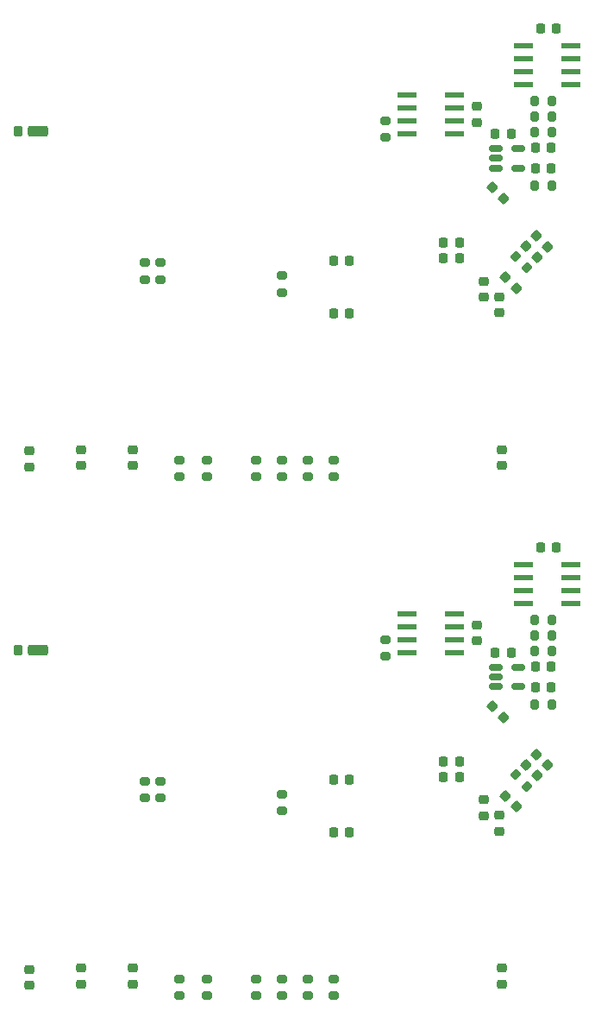
<source format=gbr>
%TF.GenerationSoftware,KiCad,Pcbnew,7.0.8*%
%TF.CreationDate,2024-02-13T15:10:35+09:00*%
%TF.ProjectId,446_CAN_Robomaster_newpanelize,3434365f-4341-44e5-9f52-6f626f6d6173,rev?*%
%TF.SameCoordinates,Original*%
%TF.FileFunction,Paste,Bot*%
%TF.FilePolarity,Positive*%
%FSLAX46Y46*%
G04 Gerber Fmt 4.6, Leading zero omitted, Abs format (unit mm)*
G04 Created by KiCad (PCBNEW 7.0.8) date 2024-02-13 15:10:35*
%MOMM*%
%LPD*%
G01*
G04 APERTURE LIST*
G04 Aperture macros list*
%AMRoundRect*
0 Rectangle with rounded corners*
0 $1 Rounding radius*
0 $2 $3 $4 $5 $6 $7 $8 $9 X,Y pos of 4 corners*
0 Add a 4 corners polygon primitive as box body*
4,1,4,$2,$3,$4,$5,$6,$7,$8,$9,$2,$3,0*
0 Add four circle primitives for the rounded corners*
1,1,$1+$1,$2,$3*
1,1,$1+$1,$4,$5*
1,1,$1+$1,$6,$7*
1,1,$1+$1,$8,$9*
0 Add four rect primitives between the rounded corners*
20,1,$1+$1,$2,$3,$4,$5,0*
20,1,$1+$1,$4,$5,$6,$7,0*
20,1,$1+$1,$6,$7,$8,$9,0*
20,1,$1+$1,$8,$9,$2,$3,0*%
G04 Aperture macros list end*
%ADD10RoundRect,0.200000X0.275000X-0.200000X0.275000X0.200000X-0.275000X0.200000X-0.275000X-0.200000X0*%
%ADD11RoundRect,0.225000X0.225000X0.250000X-0.225000X0.250000X-0.225000X-0.250000X0.225000X-0.250000X0*%
%ADD12RoundRect,0.225000X-0.250000X0.225000X-0.250000X-0.225000X0.250000X-0.225000X0.250000X0.225000X0*%
%ADD13RoundRect,0.225000X-0.225000X-0.250000X0.225000X-0.250000X0.225000X0.250000X-0.225000X0.250000X0*%
%ADD14RoundRect,0.200000X-0.275000X0.200000X-0.275000X-0.200000X0.275000X-0.200000X0.275000X0.200000X0*%
%ADD15RoundRect,0.200000X-0.200000X-0.275000X0.200000X-0.275000X0.200000X0.275000X-0.200000X0.275000X0*%
%ADD16RoundRect,0.218750X-0.256250X0.218750X-0.256250X-0.218750X0.256250X-0.218750X0.256250X0.218750X0*%
%ADD17RoundRect,0.225000X0.335876X0.017678X0.017678X0.335876X-0.335876X-0.017678X-0.017678X-0.335876X0*%
%ADD18R,1.981200X0.558800*%
%ADD19RoundRect,0.225000X0.250000X-0.225000X0.250000X0.225000X-0.250000X0.225000X-0.250000X-0.225000X0*%
%ADD20RoundRect,0.200000X0.200000X0.275000X-0.200000X0.275000X-0.200000X-0.275000X0.200000X-0.275000X0*%
%ADD21RoundRect,0.200000X-0.335876X-0.053033X-0.053033X-0.335876X0.335876X0.053033X0.053033X0.335876X0*%
%ADD22RoundRect,0.250000X-0.750000X-0.300000X0.750000X-0.300000X0.750000X0.300000X-0.750000X0.300000X0*%
%ADD23RoundRect,0.200000X-0.200000X-0.350000X0.200000X-0.350000X0.200000X0.350000X-0.200000X0.350000X0*%
%ADD24RoundRect,0.150000X-0.512500X-0.150000X0.512500X-0.150000X0.512500X0.150000X-0.512500X0.150000X0*%
%ADD25RoundRect,0.225000X-0.335876X-0.017678X-0.017678X-0.335876X0.335876X0.017678X0.017678X0.335876X0*%
G04 APERTURE END LIST*
D10*
%TO.C,R17*%
X25146000Y-96570000D03*
X25146000Y-94920000D03*
%TD*%
D11*
%TO.C,C16*%
X62116000Y-52628000D03*
X60566000Y-52628000D03*
%TD*%
D10*
%TO.C,R16*%
X27813000Y-96570000D03*
X27813000Y-94920000D03*
%TD*%
D12*
%TO.C,C13*%
X10414000Y-94017000D03*
X10414000Y-95567000D03*
%TD*%
D11*
%TO.C,C16*%
X62116000Y-1778000D03*
X60566000Y-1778000D03*
%TD*%
%TO.C,C1*%
X41796000Y-24511000D03*
X40246000Y-24511000D03*
%TD*%
%TO.C,C2*%
X41796000Y-80568000D03*
X40246000Y-80568000D03*
%TD*%
D13*
%TO.C,C18*%
X60058000Y-66344000D03*
X61608000Y-66344000D03*
%TD*%
D10*
%TO.C,R16*%
X27813000Y-45720000D03*
X27813000Y-44070000D03*
%TD*%
%TO.C,R9*%
X35179000Y-45720000D03*
X35179000Y-44070000D03*
%TD*%
D12*
%TO.C,C11*%
X20574000Y-93890000D03*
X20574000Y-95440000D03*
%TD*%
%TO.C,C10*%
X56769000Y-43040000D03*
X56769000Y-44590000D03*
%TD*%
D14*
%TO.C,R14*%
X21717000Y-24702000D03*
X21717000Y-26352000D03*
%TD*%
D12*
%TO.C,C12*%
X15494000Y-43040000D03*
X15494000Y-44590000D03*
%TD*%
D14*
%TO.C,R8*%
X35179000Y-76822000D03*
X35179000Y-78472000D03*
%TD*%
D15*
%TO.C,R3*%
X60008000Y-61264000D03*
X61658000Y-61264000D03*
%TD*%
D16*
%TO.C,FB1*%
X56515000Y-78891500D03*
X56515000Y-80466500D03*
%TD*%
D11*
%TO.C,C2*%
X41796000Y-29718000D03*
X40246000Y-29718000D03*
%TD*%
D13*
%TO.C,C18*%
X60058000Y-15494000D03*
X61608000Y-15494000D03*
%TD*%
D10*
%TO.C,R11*%
X37719000Y-96570000D03*
X37719000Y-94920000D03*
%TD*%
D17*
%TO.C,C6*%
X60238008Y-24170008D03*
X59141992Y-23073992D03*
%TD*%
D10*
%TO.C,R7*%
X32639000Y-96570000D03*
X32639000Y-94920000D03*
%TD*%
D17*
%TO.C,C6*%
X60238008Y-75020008D03*
X59141992Y-73923992D03*
%TD*%
D18*
%TO.C,U4*%
X52146200Y-59105000D03*
X52146200Y-60375000D03*
X52146200Y-61645000D03*
X52146200Y-62915000D03*
X47421800Y-62915000D03*
X47421800Y-61645000D03*
X47421800Y-60375000D03*
X47421800Y-59105000D03*
%TD*%
%TO.C,U5*%
X58851800Y-58089000D03*
X58851800Y-56819000D03*
X58851800Y-55549000D03*
X58851800Y-54279000D03*
X63576200Y-54279000D03*
X63576200Y-55549000D03*
X63576200Y-56819000D03*
X63576200Y-58089000D03*
%TD*%
D10*
%TO.C,R13*%
X45339000Y-63295000D03*
X45339000Y-61645000D03*
%TD*%
D19*
%TO.C,C9*%
X54991000Y-28080000D03*
X54991000Y-26530000D03*
%TD*%
D13*
%TO.C,C14*%
X56121000Y-12065000D03*
X57671000Y-12065000D03*
%TD*%
D20*
%TO.C,R2*%
X61658000Y-11938000D03*
X60008000Y-11938000D03*
%TD*%
D11*
%TO.C,C3*%
X52591000Y-75107000D03*
X51041000Y-75107000D03*
%TD*%
%TO.C,C1*%
X41796000Y-75361000D03*
X40246000Y-75361000D03*
%TD*%
D14*
%TO.C,R15*%
X23241000Y-75552000D03*
X23241000Y-77202000D03*
%TD*%
D13*
%TO.C,C17*%
X60058000Y-64312000D03*
X61608000Y-64312000D03*
%TD*%
D12*
%TO.C,C13*%
X10414000Y-43167000D03*
X10414000Y-44717000D03*
%TD*%
D15*
%TO.C,R4*%
X60008000Y-8890000D03*
X61658000Y-8890000D03*
%TD*%
D12*
%TO.C,C12*%
X15494000Y-93890000D03*
X15494000Y-95440000D03*
%TD*%
D15*
%TO.C,R4*%
X60008000Y-59740000D03*
X61658000Y-59740000D03*
%TD*%
D19*
%TO.C,C9*%
X54991000Y-78930000D03*
X54991000Y-77380000D03*
%TD*%
D14*
%TO.C,R8*%
X35179000Y-25972000D03*
X35179000Y-27622000D03*
%TD*%
D18*
%TO.C,U4*%
X52146200Y-8255000D03*
X52146200Y-9525000D03*
X52146200Y-10795000D03*
X52146200Y-12065000D03*
X47421800Y-12065000D03*
X47421800Y-10795000D03*
X47421800Y-9525000D03*
X47421800Y-8255000D03*
%TD*%
D10*
%TO.C,R17*%
X25146000Y-45720000D03*
X25146000Y-44070000D03*
%TD*%
D21*
%TO.C,R6*%
X58090637Y-74904637D03*
X59257363Y-76071363D03*
%TD*%
D14*
%TO.C,R15*%
X23241000Y-24702000D03*
X23241000Y-26352000D03*
%TD*%
D17*
%TO.C,C7*%
X56936008Y-18455008D03*
X55839992Y-17358992D03*
%TD*%
D18*
%TO.C,U5*%
X58851800Y-7239000D03*
X58851800Y-5969000D03*
X58851800Y-4699000D03*
X58851800Y-3429000D03*
X63576200Y-3429000D03*
X63576200Y-4699000D03*
X63576200Y-5969000D03*
X63576200Y-7239000D03*
%TD*%
D12*
%TO.C,C11*%
X20574000Y-43040000D03*
X20574000Y-44590000D03*
%TD*%
D10*
%TO.C,R12*%
X40259000Y-45720000D03*
X40259000Y-44070000D03*
%TD*%
D17*
%TO.C,C4*%
X58206008Y-78068008D03*
X57109992Y-76971992D03*
%TD*%
D13*
%TO.C,C17*%
X60058000Y-13462000D03*
X61608000Y-13462000D03*
%TD*%
D20*
%TO.C,R2*%
X61658000Y-62788000D03*
X60008000Y-62788000D03*
%TD*%
D13*
%TO.C,C8*%
X51041000Y-22733000D03*
X52591000Y-22733000D03*
%TD*%
D15*
%TO.C,R1*%
X60008000Y-67995000D03*
X61658000Y-67995000D03*
%TD*%
D11*
%TO.C,C3*%
X52591000Y-24257000D03*
X51041000Y-24257000D03*
%TD*%
D10*
%TO.C,R12*%
X40259000Y-96570000D03*
X40259000Y-94920000D03*
%TD*%
D22*
%TO.C,D5*%
X11191000Y-11811000D03*
D23*
X9291000Y-11811000D03*
%TD*%
D24*
%TO.C,U3*%
X56139500Y-66278000D03*
X56139500Y-65328000D03*
X56139500Y-64378000D03*
X58414500Y-64378000D03*
X58414500Y-66278000D03*
%TD*%
D15*
%TO.C,R1*%
X60008000Y-17145000D03*
X61658000Y-17145000D03*
%TD*%
D10*
%TO.C,R9*%
X35179000Y-96570000D03*
X35179000Y-94920000D03*
%TD*%
%TO.C,R13*%
X45339000Y-12445000D03*
X45339000Y-10795000D03*
%TD*%
D17*
%TO.C,C7*%
X56936008Y-69305008D03*
X55839992Y-68208992D03*
%TD*%
D25*
%TO.C,C5*%
X60157992Y-72907992D03*
X61254008Y-74004008D03*
%TD*%
D15*
%TO.C,R3*%
X60008000Y-10414000D03*
X61658000Y-10414000D03*
%TD*%
D17*
%TO.C,C4*%
X58206008Y-27218008D03*
X57109992Y-26121992D03*
%TD*%
D12*
%TO.C,C15*%
X54356000Y-60235000D03*
X54356000Y-61785000D03*
%TD*%
D25*
%TO.C,C5*%
X60157992Y-22057992D03*
X61254008Y-23154008D03*
%TD*%
D21*
%TO.C,R6*%
X58090637Y-24054637D03*
X59257363Y-25221363D03*
%TD*%
D13*
%TO.C,C14*%
X56121000Y-62915000D03*
X57671000Y-62915000D03*
%TD*%
D22*
%TO.C,D5*%
X11191000Y-62661000D03*
D23*
X9291000Y-62661000D03*
%TD*%
D14*
%TO.C,R14*%
X21717000Y-75552000D03*
X21717000Y-77202000D03*
%TD*%
D10*
%TO.C,R7*%
X32639000Y-45720000D03*
X32639000Y-44070000D03*
%TD*%
D24*
%TO.C,U3*%
X56139500Y-15428000D03*
X56139500Y-14478000D03*
X56139500Y-13528000D03*
X58414500Y-13528000D03*
X58414500Y-15428000D03*
%TD*%
D10*
%TO.C,R11*%
X37719000Y-45720000D03*
X37719000Y-44070000D03*
%TD*%
D16*
%TO.C,FB1*%
X56515000Y-28041500D03*
X56515000Y-29616500D03*
%TD*%
D13*
%TO.C,C8*%
X51041000Y-73583000D03*
X52591000Y-73583000D03*
%TD*%
D12*
%TO.C,C15*%
X54356000Y-9385000D03*
X54356000Y-10935000D03*
%TD*%
%TO.C,C10*%
X56769000Y-93890000D03*
X56769000Y-95440000D03*
%TD*%
M02*

</source>
